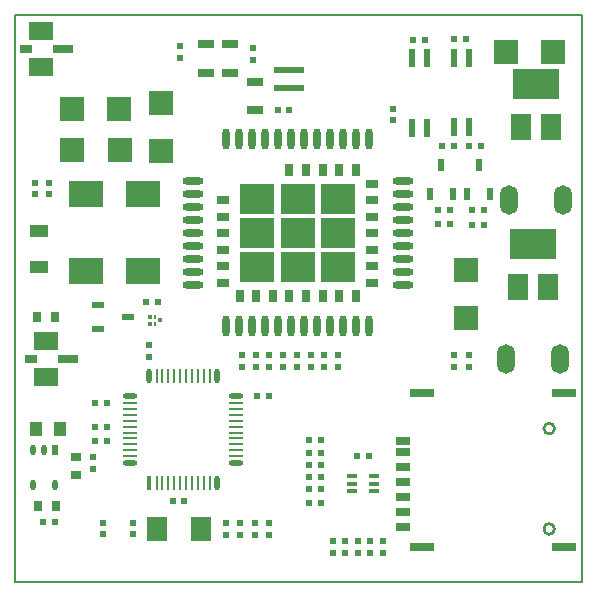
<source format=gtp>
%FSLAX25Y25*%
%MOIN*%
G70*
G01*
G75*
G04 Layer_Color=8421504*
%ADD10C,0.01500*%
%ADD11C,0.00800*%
%ADD12C,0.01000*%
%ADD13R,0.07874X0.07874*%
%ADD14O,0.01969X0.03543*%
%ADD15R,0.01969X0.03543*%
%ADD16O,0.01969X0.03543*%
%ADD17R,0.03937X0.05118*%
%ADD18R,0.02362X0.02362*%
%ADD19R,0.02756X0.03347*%
%ADD20R,0.02362X0.02362*%
%ADD21R,0.03347X0.02756*%
%ADD22R,0.07874X0.07874*%
%ADD23R,0.01181X0.01378*%
%ADD24R,0.00984X0.01378*%
%ADD25R,0.01181X0.01181*%
%ADD26R,0.03937X0.03150*%
%ADD27R,0.07874X0.06000*%
%ADD28R,0.07000X0.03150*%
%ADD29R,0.08268X0.02756*%
%ADD30R,0.04843X0.02559*%
%ADD31R,0.03347X0.01575*%
%ADD32R,0.11811X0.08661*%
%ADD33R,0.05906X0.03937*%
%ADD34R,0.03937X0.02362*%
%ADD35O,0.04724X0.00984*%
%ADD36O,0.00984X0.04724*%
%ADD37O,0.01772X0.04724*%
%ADD38O,0.04724X0.01772*%
%ADD39R,0.01772X0.04724*%
%ADD40R,0.06693X0.07874*%
%ADD41R,0.15748X0.09843*%
%ADD42R,0.07087X0.08661*%
%ADD43O,0.05906X0.09843*%
%ADD44R,0.05315X0.02559*%
%ADD45R,0.02362X0.03937*%
%ADD46R,0.02362X0.05906*%
%ADD47R,0.09843X0.01969*%
%ADD48R,0.03150X0.03937*%
%ADD49R,0.11811X0.09843*%
%ADD50O,0.02362X0.07087*%
%ADD51O,0.07087X0.02362*%
%ADD52C,0.02000*%
%ADD53C,0.03000*%
%ADD54C,0.04000*%
%ADD55C,0.00500*%
%ADD56C,0.00600*%
%ADD57R,0.13900X0.08300*%
%ADD58R,0.12600X0.12100*%
%ADD59R,0.08000X0.21700*%
%ADD60R,0.12900X0.12000*%
%ADD61R,0.20000X0.24300*%
%ADD62R,0.17900X0.23800*%
%ADD63R,0.03543X0.03937*%
%ADD64C,0.02000*%
%ADD65C,0.03000*%
%ADD66C,0.04000*%
%ADD67R,0.01969X0.07874*%
%ADD68R,0.08800X0.12000*%
%ADD69R,0.11500X0.17000*%
%ADD70R,0.03600X0.47300*%
%ADD71R,0.10500X0.02800*%
%ADD72R,0.03700X0.17600*%
%ADD73R,0.06000X0.01400*%
%ADD74R,0.10800X0.14700*%
%ADD75R,0.11600X0.20800*%
%ADD76R,0.12800X0.23400*%
%ADD77C,0.00300*%
%ADD78C,0.00493*%
%ADD79C,0.00787*%
%ADD80C,0.00400*%
%ADD81C,0.00591*%
%ADD82C,0.00700*%
%ADD83R,0.11811X0.01575*%
%ADD84R,0.02756X0.04724*%
%ADD85R,0.03543X0.01968*%
D12*
X179853Y17691D02*
G03*
X179853Y17691I-1772J0D01*
G01*
Y51155D02*
G03*
X179853Y51155I-1772J0D01*
G01*
D13*
X48600Y143800D02*
D03*
Y159548D02*
D03*
X150300Y103848D02*
D03*
Y88100D02*
D03*
D14*
X6020Y32338D02*
D03*
X9760Y44149D02*
D03*
X6020D02*
D03*
D15*
X13500D02*
D03*
D16*
Y32338D02*
D03*
D17*
X7100Y51100D02*
D03*
X14974D02*
D03*
D18*
X9463Y19900D02*
D03*
X13400D02*
D03*
X117937Y41900D02*
D03*
X114000D02*
D03*
X141063Y119200D02*
D03*
X145000D02*
D03*
X97963Y47200D02*
D03*
X101900D02*
D03*
X97963Y43000D02*
D03*
X101900D02*
D03*
X97963Y30900D02*
D03*
X101900D02*
D03*
Y35000D02*
D03*
X97963D02*
D03*
X101900Y39000D02*
D03*
X97963D02*
D03*
X101900Y26400D02*
D03*
X97963D02*
D03*
X47737Y93500D02*
D03*
X43800D02*
D03*
X87563Y157200D02*
D03*
X91500D02*
D03*
X30537Y51800D02*
D03*
X26600D02*
D03*
X30637Y47000D02*
D03*
X26700D02*
D03*
X30637Y59700D02*
D03*
X26700D02*
D03*
X52563Y27100D02*
D03*
X56500D02*
D03*
X80663Y62000D02*
D03*
X84600D02*
D03*
X156337Y119100D02*
D03*
X152400D02*
D03*
X156337Y124000D02*
D03*
X152400D02*
D03*
X136537Y180800D02*
D03*
X132600D02*
D03*
X141163Y124100D02*
D03*
X145100D02*
D03*
X142263Y145400D02*
D03*
X146200D02*
D03*
X150237Y180900D02*
D03*
X146300D02*
D03*
X155200Y145200D02*
D03*
X151263D02*
D03*
D19*
X7700Y25349D02*
D03*
X13605D02*
D03*
X13300Y88400D02*
D03*
X7395D02*
D03*
D20*
X25900Y37649D02*
D03*
Y41586D02*
D03*
X11325Y133118D02*
D03*
Y129181D02*
D03*
X6625Y133118D02*
D03*
Y129181D02*
D03*
X89357Y75537D02*
D03*
Y71600D02*
D03*
X84771Y75537D02*
D03*
Y71600D02*
D03*
X107700Y75537D02*
D03*
Y71600D02*
D03*
X93943D02*
D03*
Y75537D02*
D03*
X80186Y71600D02*
D03*
Y75537D02*
D03*
X103114Y71600D02*
D03*
Y75537D02*
D03*
X98528Y71600D02*
D03*
Y75537D02*
D03*
X75600Y71600D02*
D03*
Y75537D02*
D03*
X39500Y19837D02*
D03*
Y15900D02*
D03*
X70300Y19637D02*
D03*
Y15700D02*
D03*
X79900Y19637D02*
D03*
Y15700D02*
D03*
X75100Y19637D02*
D03*
Y15700D02*
D03*
X84700Y19637D02*
D03*
Y15700D02*
D03*
X44800Y75163D02*
D03*
Y79100D02*
D03*
X29300Y19837D02*
D03*
Y15900D02*
D03*
X79229Y174117D02*
D03*
Y178054D02*
D03*
X146225Y75537D02*
D03*
Y71600D02*
D03*
X151425Y75637D02*
D03*
Y71700D02*
D03*
X54929Y174617D02*
D03*
Y178554D02*
D03*
X105900Y13737D02*
D03*
Y9800D02*
D03*
X110000Y13700D02*
D03*
Y9763D02*
D03*
X114267Y13700D02*
D03*
Y9763D02*
D03*
X122700Y13537D02*
D03*
Y9600D02*
D03*
X126100Y157837D02*
D03*
Y153900D02*
D03*
X118433Y9763D02*
D03*
Y13700D02*
D03*
D21*
X20500Y35686D02*
D03*
Y41591D02*
D03*
D22*
X34848Y144000D02*
D03*
X19100D02*
D03*
X19052Y157600D02*
D03*
X34800D02*
D03*
X163652Y176800D02*
D03*
X179400D02*
D03*
D23*
X44857Y88432D02*
D03*
Y86168D02*
D03*
D24*
X46727Y88432D02*
D03*
Y86168D02*
D03*
D25*
X48400Y87300D02*
D03*
D26*
X5300Y74400D02*
D03*
X3700Y177700D02*
D03*
X119058Y132838D02*
D03*
Y127326D02*
D03*
Y121814D02*
D03*
Y116302D02*
D03*
Y110791D02*
D03*
Y105279D02*
D03*
X69416Y127326D02*
D03*
Y110791D02*
D03*
Y105279D02*
D03*
Y99767D02*
D03*
Y116302D02*
D03*
Y121814D02*
D03*
X119058Y99767D02*
D03*
D27*
X10300Y68264D02*
D03*
X10400Y80500D02*
D03*
X8700Y171564D02*
D03*
X8800Y183800D02*
D03*
D28*
X17536Y74400D02*
D03*
X15936Y177700D02*
D03*
D29*
X183002Y62927D02*
D03*
X135758D02*
D03*
X183002Y11785D02*
D03*
X135758D02*
D03*
D30*
X129400Y38360D02*
D03*
Y33360D02*
D03*
Y28360D02*
D03*
Y23360D02*
D03*
Y18360D02*
D03*
Y43360D02*
D03*
Y47100D02*
D03*
D31*
X112458Y30241D02*
D03*
X119742Y32800D02*
D03*
Y30241D02*
D03*
X112458Y32800D02*
D03*
Y35359D02*
D03*
X119742D02*
D03*
D32*
X42800Y103709D02*
D03*
Y129300D02*
D03*
X23600Y103609D02*
D03*
Y129200D02*
D03*
D33*
X7900Y116911D02*
D03*
Y105100D02*
D03*
D34*
X27800Y92300D02*
D03*
X37642Y88363D02*
D03*
X27800Y84426D02*
D03*
D35*
X73775Y45895D02*
D03*
Y53769D02*
D03*
Y47864D02*
D03*
Y51801D02*
D03*
Y49832D02*
D03*
Y57706D02*
D03*
X38342Y51801D02*
D03*
Y59675D02*
D03*
X73775Y43927D02*
D03*
Y55738D02*
D03*
X38342Y57706D02*
D03*
Y55738D02*
D03*
Y53769D02*
D03*
Y49832D02*
D03*
Y47864D02*
D03*
Y45895D02*
D03*
Y43927D02*
D03*
Y41958D02*
D03*
X73775D02*
D03*
Y59675D02*
D03*
D36*
X62948Y33100D02*
D03*
X53105D02*
D03*
X59011D02*
D03*
X64917D02*
D03*
X55074D02*
D03*
X49169D02*
D03*
X57042Y68533D02*
D03*
X60979D02*
D03*
X62948D02*
D03*
X47200Y33100D02*
D03*
Y68533D02*
D03*
X57042Y33100D02*
D03*
X51137D02*
D03*
X64917Y68533D02*
D03*
X55074D02*
D03*
X51137D02*
D03*
X53105D02*
D03*
X59011D02*
D03*
X49169Y68533D02*
D03*
X60979Y33100D02*
D03*
D37*
X67279D02*
D03*
Y68533D02*
D03*
X44838D02*
D03*
D38*
X73775Y39596D02*
D03*
X38342Y62037D02*
D03*
Y39596D02*
D03*
X73775Y62037D02*
D03*
D39*
X44838Y33100D02*
D03*
D40*
X61900Y17600D02*
D03*
X47333D02*
D03*
D41*
X173600Y165880D02*
D03*
X172600Y112680D02*
D03*
D42*
X178521Y151706D02*
D03*
X168679Y151706D02*
D03*
X177521Y98506D02*
D03*
X167679Y98506D02*
D03*
D43*
X182655Y127494D02*
D03*
X164545D02*
D03*
X181655Y74294D02*
D03*
X163545D02*
D03*
D44*
X71829Y169754D02*
D03*
Y179203D02*
D03*
X63729Y169754D02*
D03*
Y179203D02*
D03*
X80163Y157326D02*
D03*
Y166775D02*
D03*
D45*
X138200Y129300D02*
D03*
X142137Y139143D02*
D03*
X146074Y129300D02*
D03*
X150600D02*
D03*
X154537Y139143D02*
D03*
X158474Y129300D02*
D03*
D46*
X132500Y174531D02*
D03*
X137500D02*
D03*
Y151500D02*
D03*
X132500D02*
D03*
X146300Y174732D02*
D03*
X151300D02*
D03*
Y151700D02*
D03*
X146300D02*
D03*
D47*
X91400Y164750D02*
D03*
Y170650D02*
D03*
D48*
X108035Y137369D02*
D03*
X97011D02*
D03*
X91499D02*
D03*
X102523Y95236D02*
D03*
X97011D02*
D03*
X85987D02*
D03*
X74964D02*
D03*
X80476D02*
D03*
X91499D02*
D03*
X108035D02*
D03*
X113546D02*
D03*
Y137369D02*
D03*
X102523D02*
D03*
D49*
X107605Y116302D02*
D03*
Y127720D02*
D03*
Y104885D02*
D03*
X94219Y116302D02*
D03*
Y104885D02*
D03*
X80833Y116302D02*
D03*
Y127720D02*
D03*
Y104885D02*
D03*
X94219Y127720D02*
D03*
D50*
X79061Y147798D02*
D03*
X113707D02*
D03*
X118038Y85200D02*
D03*
X70400D02*
D03*
X74731D02*
D03*
X79061D02*
D03*
X83392D02*
D03*
X87723D02*
D03*
X92054D02*
D03*
X96384D02*
D03*
X100715D02*
D03*
X105046D02*
D03*
X109376D02*
D03*
X113707D02*
D03*
X70400Y147798D02*
D03*
X74731D02*
D03*
X83392D02*
D03*
X87723D02*
D03*
X92054D02*
D03*
X96384D02*
D03*
X100715D02*
D03*
X105046D02*
D03*
X118038D02*
D03*
X109376D02*
D03*
D51*
X59180Y99176D02*
D03*
X129258Y116499D02*
D03*
Y112169D02*
D03*
Y107838D02*
D03*
Y99176D02*
D03*
X59180Y133822D02*
D03*
Y129491D02*
D03*
Y125161D02*
D03*
Y120830D02*
D03*
Y116499D02*
D03*
Y112169D02*
D03*
Y107838D02*
D03*
Y103507D02*
D03*
X129258Y120830D02*
D03*
Y125161D02*
D03*
Y129491D02*
D03*
Y133822D02*
D03*
Y103507D02*
D03*
D55*
X0Y0D02*
Y188976D01*
Y0D02*
X188976D01*
Y188976D01*
X0D02*
X188976D01*
M02*

</source>
